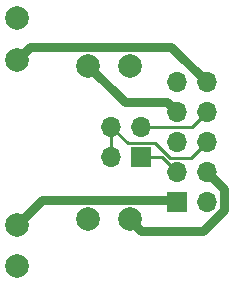
<source format=gbl>
G04 #@! TF.GenerationSoftware,KiCad,Pcbnew,(5.1.6-0-10_14)*
G04 #@! TF.CreationDate,2020-08-07T14:37:36+09:00*
G04 #@! TF.ProjectId,con_body,636f6e5f-626f-4647-992e-6b696361645f,rev?*
G04 #@! TF.SameCoordinates,Original*
G04 #@! TF.FileFunction,Copper,L2,Bot*
G04 #@! TF.FilePolarity,Positive*
%FSLAX46Y46*%
G04 Gerber Fmt 4.6, Leading zero omitted, Abs format (unit mm)*
G04 Created by KiCad (PCBNEW (5.1.6-0-10_14)) date 2020-08-07 14:37:36*
%MOMM*%
%LPD*%
G01*
G04 APERTURE LIST*
G04 #@! TA.AperFunction,ComponentPad*
%ADD10C,2.000000*%
G04 #@! TD*
G04 #@! TA.AperFunction,ComponentPad*
%ADD11O,1.700000X1.700000*%
G04 #@! TD*
G04 #@! TA.AperFunction,ComponentPad*
%ADD12R,1.700000X1.700000*%
G04 #@! TD*
G04 #@! TA.AperFunction,Conductor*
%ADD13C,0.762000*%
G04 #@! TD*
G04 #@! TA.AperFunction,Conductor*
%ADD14C,0.250000*%
G04 #@! TD*
G04 APERTURE END LIST*
D10*
G04 #@! TO.P,F1,1*
G04 #@! TO.N,FAN_VCC*
X158500000Y-106500000D03*
G04 #@! TO.P,F1,2*
G04 #@! TO.N,FAN1*
X162000000Y-106500000D03*
G04 #@! TD*
G04 #@! TO.P,F2,2*
G04 #@! TO.N,FAN2*
X158500000Y-93500000D03*
G04 #@! TO.P,F2,1*
G04 #@! TO.N,FAN_VCC*
X162000000Y-93500000D03*
G04 #@! TD*
G04 #@! TO.P,H1,1*
G04 #@! TO.N,HEATER1A*
X152500000Y-107000000D03*
G04 #@! TO.P,H1,2*
G04 #@! TO.N,HEATER1B*
X152500000Y-110500000D03*
G04 #@! TD*
G04 #@! TO.P,H2,2*
G04 #@! TO.N,HEATER2B*
X152500000Y-93000000D03*
G04 #@! TO.P,H2,1*
G04 #@! TO.N,HEATER2A*
X152500000Y-89500000D03*
G04 #@! TD*
D11*
G04 #@! TO.P,U1,10*
G04 #@! TO.N,HEATER2B*
X168540000Y-94920000D03*
G04 #@! TO.P,U1,9*
G04 #@! TO.N,HEATER2A*
X166000000Y-94920000D03*
G04 #@! TO.P,U1,8*
G04 #@! TO.N,THERM2*
X168540000Y-97460000D03*
G04 #@! TO.P,U1,7*
G04 #@! TO.N,FAN2*
X166000000Y-97460000D03*
G04 #@! TO.P,U1,6*
G04 #@! TO.N,THERM_GND*
X168540000Y-100000000D03*
G04 #@! TO.P,U1,5*
G04 #@! TO.N,FAN_VCC*
X166000000Y-100000000D03*
G04 #@! TO.P,U1,4*
G04 #@! TO.N,FAN1*
X168540000Y-102540000D03*
G04 #@! TO.P,U1,3*
G04 #@! TO.N,THERM1*
X166000000Y-102540000D03*
G04 #@! TO.P,U1,2*
G04 #@! TO.N,HEATER1B*
X168540000Y-105080000D03*
D12*
G04 #@! TO.P,U1,1*
G04 #@! TO.N,HEATER1A*
X166000000Y-105080000D03*
G04 #@! TD*
D11*
G04 #@! TO.P,J1,4*
G04 #@! TO.N,THERM_GND*
X160460000Y-98730000D03*
G04 #@! TO.P,J1,3*
G04 #@! TO.N,THERM2*
X163000000Y-98730000D03*
G04 #@! TO.P,J1,2*
G04 #@! TO.N,THERM_GND*
X160460000Y-101270000D03*
D12*
G04 #@! TO.P,J1,1*
G04 #@! TO.N,THERM1*
X163000000Y-101270000D03*
G04 #@! TD*
D13*
G04 #@! TO.N,FAN1*
X169971001Y-103971001D02*
X168540000Y-102540000D01*
X169971001Y-105766881D02*
X169971001Y-103971001D01*
X168237883Y-107499999D02*
X169971001Y-105766881D01*
X162999999Y-107499999D02*
X168237883Y-107499999D01*
X162000000Y-106500000D02*
X162999999Y-107499999D01*
G04 #@! TO.N,FAN2*
X165150001Y-96610001D02*
X166000000Y-97460000D01*
X161610001Y-96610001D02*
X165150001Y-96610001D01*
X158500000Y-93500000D02*
X161610001Y-96610001D01*
G04 #@! TO.N,HEATER1A*
X165838999Y-104918999D02*
X166000000Y-105080000D01*
X154581001Y-104918999D02*
X165838999Y-104918999D01*
X152500000Y-107000000D02*
X154581001Y-104918999D01*
G04 #@! TO.N,HEATER2B*
X165538999Y-91918999D02*
X168540000Y-94920000D01*
X153581001Y-91918999D02*
X165538999Y-91918999D01*
X152500000Y-93000000D02*
X153581001Y-91918999D01*
D14*
G04 #@! TO.N,THERM_GND*
X160460000Y-98730000D02*
X160460000Y-101270000D01*
X167175001Y-101364999D02*
X168540000Y-100000000D01*
X164191409Y-100094999D02*
X165461409Y-101364999D01*
X165461409Y-101364999D02*
X167175001Y-101364999D01*
X161824999Y-100094999D02*
X164191409Y-100094999D01*
X160460000Y-98730000D02*
X161824999Y-100094999D01*
G04 #@! TO.N,THERM1*
X164730000Y-101270000D02*
X166000000Y-102540000D01*
X163000000Y-101270000D02*
X164730000Y-101270000D01*
G04 #@! TO.N,THERM2*
X167270000Y-98730000D02*
X168540000Y-97460000D01*
X163000000Y-98730000D02*
X167270000Y-98730000D01*
G04 #@! TD*
M02*

</source>
